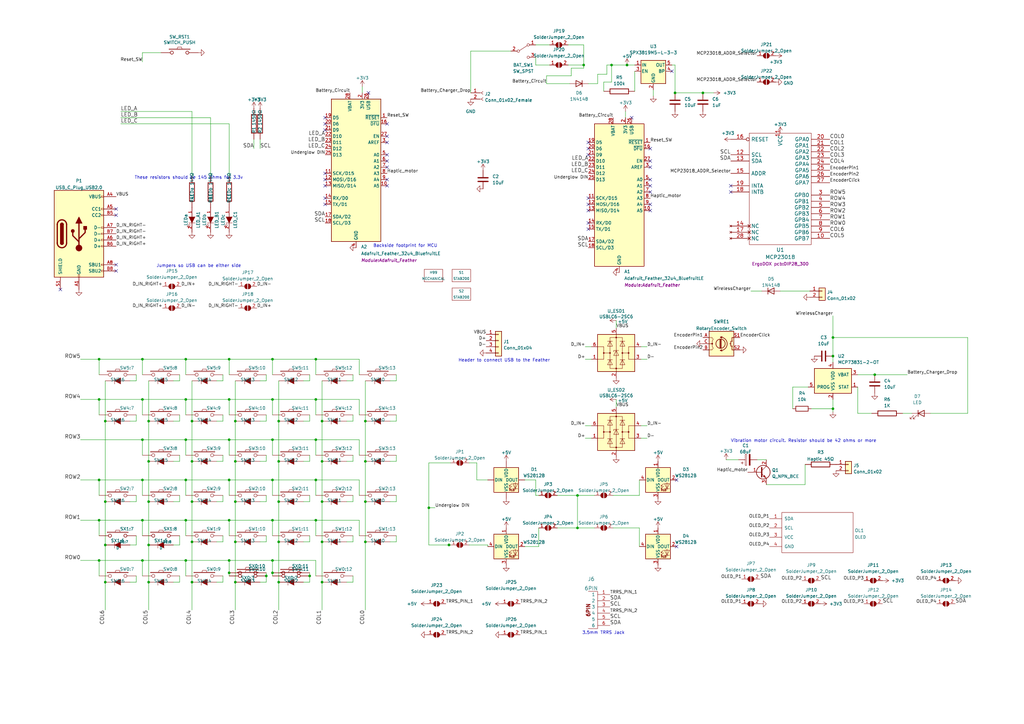
<source format=kicad_sch>
(kicad_sch (version 20211123) (generator eeschema)
  (paper "A3")
  (title_block (date "2022-02-07"))
  (junction (at 132.08 222.25))
  (junction (at 341.63 167.64))
  (junction (at 43.18 223.52))
  (junction (at 58.42 229.87))
  (junction (at 132.08 238.76))
  (junction (at 60.96 223.52))
  (junction (at 129.54 180.34))
  (junction (at 60.96 189.23))
  (junction (at 78.74 205.74))
  (junction (at 239.395 26.67))
  (junction (at 114.3 189.23))
  (junction (at 96.52 189.23))
  (junction (at 43.18 205.74))
  (junction (at 114.3 238.76))
  (junction (at 132.08 205.74))
  (junction (at 257.175 26.67))
  (junction (at 40.64 196.85))
  (junction (at 58.42 147.32))
  (junction (at 111.76 234.95))
  (junction (at 288.29 38.1))
  (junction (at 58.42 213.36))
  (junction (at 76.2 196.85))
  (junction (at 132.08 189.23))
  (junction (at 149.86 189.23))
  (junction (at 114.3 205.74))
  (junction (at 132.08 172.72))
  (junction (at 129.54 163.83))
  (junction (at 60.96 205.74))
  (junction (at 96.52 238.76))
  (junction (at 236.855 216.535))
  (junction (at 76.2 213.36))
  (junction (at 76.2 180.34))
  (junction (at 93.98 180.34))
  (junction (at 58.42 163.83))
  (junction (at 236.855 203.2))
  (junction (at 111.76 180.34))
  (junction (at 111.76 196.85))
  (junction (at 184.15 223.52))
  (junction (at 358.775 153.67))
  (junction (at 78.74 172.72))
  (junction (at 93.98 229.87))
  (junction (at 114.3 222.25))
  (junction (at 149.86 172.72))
  (junction (at 78.74 238.76))
  (junction (at 78.74 222.25))
  (junction (at 60.96 172.72))
  (junction (at 76.2 163.83))
  (junction (at 60.96 238.76))
  (junction (at 43.18 172.72))
  (junction (at 109.22 236.22))
  (junction (at 58.42 196.85))
  (junction (at 93.98 163.83))
  (junction (at 129.54 196.85))
  (junction (at 96.52 205.74))
  (junction (at 40.64 229.87))
  (junction (at 341.63 138.43))
  (junction (at 175.895 208.28))
  (junction (at 127 236.22))
  (junction (at 40.64 163.83))
  (junction (at 129.54 147.32))
  (junction (at 111.76 147.32))
  (junction (at 276.86 38.1))
  (junction (at 114.3 172.72))
  (junction (at 76.2 147.32))
  (junction (at 149.86 205.74))
  (junction (at 93.98 147.32))
  (junction (at 78.74 189.23))
  (junction (at 76.2 229.87))
  (junction (at 96.52 172.72))
  (junction (at 43.18 238.76))
  (junction (at 129.54 213.36))
  (junction (at 96.52 222.25))
  (junction (at 111.76 213.36))
  (junction (at 111.76 229.87))
  (junction (at 93.98 213.36))
  (junction (at 341.63 146.05))
  (junction (at 149.86 222.25))
  (junction (at 40.64 147.32))
  (junction (at 250.825 26.67))
  (junction (at 40.64 213.36))
  (junction (at 111.76 163.83))
  (junction (at 93.98 196.85))
  (junction (at 58.42 180.34))
  (junction (at 93.98 234.95))
  (no_connect (at 133.35 50.8))
  (no_connect (at 241.3 63.5))
  (no_connect (at 241.3 60.96))
  (no_connect (at 241.3 58.42))
  (no_connect (at 266.7 86.36))
  (no_connect (at 266.7 83.82))
  (no_connect (at 158.75 63.5))
  (no_connect (at 158.75 68.58))
  (no_connect (at 133.35 76.2))
  (no_connect (at 158.75 58.42))
  (no_connect (at 133.35 73.66))
  (no_connect (at 133.35 48.26))
  (no_connect (at 266.7 76.2))
  (no_connect (at 133.35 71.12))
  (no_connect (at 299.72 78.74))
  (no_connect (at 299.72 76.2))
  (no_connect (at 241.3 91.44))
  (no_connect (at 241.3 93.98))
  (no_connect (at 24.765 118.745))
  (no_connect (at 47.625 111.125))
  (no_connect (at 47.625 85.725))
  (no_connect (at 47.625 88.265))
  (no_connect (at 47.625 108.585))
  (no_connect (at 151.13 38.1))
  (no_connect (at 133.35 81.28))
  (no_connect (at 133.35 83.82))
  (no_connect (at 158.75 55.88))
  (no_connect (at 266.7 60.96))
  (no_connect (at 266.7 66.04))
  (no_connect (at 266.7 68.58))
  (no_connect (at 241.3 81.28))
  (no_connect (at 241.3 83.82))
  (no_connect (at 241.3 86.36))
  (no_connect (at 158.75 76.2))
  (no_connect (at 266.7 78.74))
  (no_connect (at 158.75 50.8))
  (no_connect (at 259.08 48.26))
  (no_connect (at 133.35 53.34))
  (no_connect (at 158.75 73.66))
  (no_connect (at 266.7 73.66))
  (no_connect (at 275.59 29.21))
  (no_connect (at 277.495 224.155))
  (no_connect (at 277.495 196.85))
  (no_connect (at 158.75 66.04))
  (wire (pts (xy 160.02 156.21) (xy 162.56 156.21)))
  (wire (pts (xy 142.24 156.21) (xy 144.78 156.21)))
  (wire (pts (xy 76.2 229.87) (xy 76.2 236.22)))
  (wire (pts (xy 76.2 163.83) (xy 76.2 170.18)))
  (wire (pts (xy 160.02 172.72) (xy 162.56 172.72)))
  (wire (pts (xy 144.78 172.72) (xy 144.78 170.18)))
  (wire (pts (xy 111.76 229.87) (xy 129.54 229.87)))
  (wire (pts (xy 58.42 196.85) (xy 58.42 203.2)))
  (wire (pts (xy 96.52 172.72) (xy 96.52 189.23)))
  (wire (pts (xy 78.74 238.76) (xy 78.74 250.19)))
  (wire (pts (xy 129.54 213.36) (xy 147.32 213.36)))
  (wire (pts (xy 234.315 27.94) (xy 234.315 31.115)))
  (wire (pts (xy 111.76 180.34) (xy 111.76 186.69)))
  (wire (pts (xy 73.66 223.52) (xy 71.12 223.52)))
  (wire (pts (xy 228.6 203.2) (xy 236.855 203.2)))
  (wire (pts (xy 109.22 205.74) (xy 109.22 203.2)))
  (wire (pts (xy 288.29 38.1) (xy 292.735 38.1)))
  (wire (pts (xy 60.96 205.74) (xy 60.96 223.52)))
  (wire (pts (xy 396.875 169.545) (xy 381.635 169.545)))
  (wire (pts (xy 127 234.95) (xy 127 236.22)))
  (wire (pts (xy 149.86 172.72) (xy 149.86 189.23)))
  (wire (pts (xy 53.34 238.76) (xy 55.88 238.76)))
  (wire (pts (xy 43.18 238.76) (xy 43.18 250.19)))
  (wire (pts (xy 341.63 129.54) (xy 341.63 138.43)))
  (wire (pts (xy 215.265 224.155) (xy 220.98 224.155)))
  (wire (pts (xy 239.395 26.67) (xy 239.395 27.94)))
  (wire (pts (xy 88.9 172.72) (xy 91.44 172.72)))
  (wire (pts (xy 58.42 196.85) (xy 76.2 196.85)))
  (wire (pts (xy 40.64 203.2) (xy 40.64 196.85)))
  (wire (pts (xy 129.54 196.85) (xy 129.54 203.2)))
  (wire (pts (xy 33.02 213.36) (xy 40.64 213.36)))
  (wire (pts (xy 132.08 238.76) (xy 132.08 250.19)))
  (wire (pts (xy 147.32 180.34) (xy 147.32 186.69)))
  (wire (pts (xy 233.045 26.67) (xy 239.395 26.67)))
  (wire (pts (xy 93.98 180.34) (xy 93.98 186.69)))
  (wire (pts (xy 351.79 169.545) (xy 351.79 158.75)))
  (wire (pts (xy 314.325 198.755) (xy 330.2 198.755)))
  (wire (pts (xy 142.24 222.25) (xy 144.78 222.25)))
  (wire (pts (xy 114.3 238.76) (xy 114.3 250.19)))
  (wire (pts (xy 93.98 229.87) (xy 111.76 229.87)))
  (wire (pts (xy 248.92 26.67) (xy 248.92 30.48)))
  (wire (pts (xy 43.18 156.21) (xy 43.18 172.72)))
  (wire (pts (xy 93.98 213.36) (xy 93.98 219.71)))
  (wire (pts (xy 132.08 189.23) (xy 132.08 205.74)))
  (wire (pts (xy 40.64 219.71) (xy 40.64 213.36)))
  (wire (pts (xy 330.2 198.755) (xy 330.2 190.5)))
  (wire (pts (xy 224.155 34.29) (xy 233.68 34.29)))
  (wire (pts (xy 396.875 138.43) (xy 396.875 169.545)))
  (wire (pts (xy 93.98 147.32) (xy 111.76 147.32)))
  (wire (pts (xy 76.2 229.87) (xy 93.98 229.87)))
  (wire (pts (xy 111.76 163.83) (xy 129.54 163.83)))
  (wire (pts (xy 127 238.76) (xy 124.46 238.76)))
  (wire (pts (xy 73.66 205.74) (xy 73.66 203.2)))
  (wire (pts (xy 78.74 45.72) (xy 78.74 72.39)))
  (wire (pts (xy 219.71 26.67) (xy 219.71 23.495)))
  (wire (pts (xy 76.2 180.34) (xy 76.2 186.69)))
  (wire (pts (xy 106.68 222.25) (xy 109.22 222.25)))
  (wire (pts (xy 220.98 216.535) (xy 220.98 224.155)))
  (wire (pts (xy 307.975 119.38) (xy 312.42 119.38)))
  (wire (pts (xy 58.42 147.32) (xy 58.42 153.67)))
  (wire (pts (xy 193.04 20.955) (xy 193.04 38.1)))
  (wire (pts (xy 111.76 229.87) (xy 111.76 234.95)))
  (wire (pts (xy 262.255 216.535) (xy 262.255 224.155)))
  (wire (pts (xy 76.2 163.83) (xy 93.98 163.83)))
  (wire (pts (xy 88.9 238.76) (xy 91.44 238.76)))
  (wire (pts (xy 358.775 153.67) (xy 372.11 153.67)))
  (wire (pts (xy 40.64 147.32) (xy 58.42 147.32)))
  (wire (pts (xy 219.71 18.415) (xy 225.425 18.415)))
  (wire (pts (xy 53.34 172.72) (xy 55.88 172.72)))
  (wire (pts (xy 129.54 180.34) (xy 129.54 186.69)))
  (wire (pts (xy 147.32 196.85) (xy 147.32 203.2)))
  (wire (pts (xy 104.14 57.15) (xy 104.14 60.96)))
  (wire (pts (xy 55.88 238.76) (xy 55.88 236.22)))
  (wire (pts (xy 93.98 180.34) (xy 111.76 180.34)))
  (wire (pts (xy 184.15 222.885) (xy 184.15 223.52)))
  (wire (pts (xy 219.71 196.85) (xy 219.71 203.2)))
  (wire (pts (xy 40.64 153.67) (xy 40.64 147.32)))
  (wire (pts (xy 58.42 229.87) (xy 76.2 229.87)))
  (wire (pts (xy 78.74 222.25) (xy 78.74 238.76)))
  (wire (pts (xy 111.76 196.85) (xy 129.54 196.85)))
  (wire (pts (xy 114.3 189.23) (xy 114.3 205.74)))
  (wire (pts (xy 106.68 172.72) (xy 109.22 172.72)))
  (wire (pts (xy 93.98 229.87) (xy 93.98 234.95)))
  (wire (pts (xy 109.22 236.22) (xy 109.22 238.76)))
  (wire (pts (xy 256.54 45.72) (xy 256.54 48.26)))
  (wire (pts (xy 33.02 180.34) (xy 58.42 180.34)))
  (wire (pts (xy 184.785 223.52) (xy 184.15 223.52)))
  (wire (pts (xy 132.08 172.72) (xy 132.08 189.23)))
  (wire (pts (xy 124.46 156.21) (xy 127 156.21)))
  (wire (pts (xy 93.98 213.36) (xy 111.76 213.36)))
  (wire (pts (xy 96.52 156.21) (xy 96.52 172.72)))
  (wire (pts (xy 228.6 216.535) (xy 236.855 216.535)))
  (wire (pts (xy 76.2 180.34) (xy 93.98 180.34)))
  (wire (pts (xy 91.44 189.23) (xy 88.9 189.23)))
  (wire (pts (xy 127 189.23) (xy 127 186.69)))
  (wire (pts (xy 351.79 153.67) (xy 358.775 153.67)))
  (wire (pts (xy 78.74 156.21) (xy 78.74 172.72)))
  (wire (pts (xy 73.66 238.76) (xy 73.66 236.22)))
  (wire (pts (xy 55.88 223.52) (xy 53.34 223.52)))
  (wire (pts (xy 71.12 189.23) (xy 73.66 189.23)))
  (wire (pts (xy 233.045 18.415) (xy 239.395 18.415)))
  (wire (pts (xy 297.815 188.595) (xy 302.895 188.595)))
  (wire (pts (xy 236.855 203.2) (xy 243.84 203.2)))
  (wire (pts (xy 40.64 163.83) (xy 58.42 163.83)))
  (wire (pts (xy 124.46 222.25) (xy 127 222.25)))
  (wire (pts (xy 250.825 26.67) (xy 250.825 33.655)))
  (wire (pts (xy 129.54 196.85) (xy 147.32 196.85)))
  (wire (pts (xy 43.18 223.52) (xy 43.18 238.76)))
  (wire (pts (xy 78.74 205.74) (xy 78.74 222.25)))
  (wire (pts (xy 251.46 216.535) (xy 262.255 216.535)))
  (wire (pts (xy 240.03 174.625) (xy 242.57 174.625)))
  (wire (pts (xy 43.18 205.74) (xy 43.18 223.52)))
  (wire (pts (xy 127 156.21) (xy 127 153.67)))
  (wire (pts (xy 73.66 172.72) (xy 73.66 170.18)))
  (wire (pts (xy 252.73 163.83) (xy 252.73 167.005)))
  (wire (pts (xy 193.04 20.955) (xy 209.55 20.955)))
  (wire (pts (xy 66.04 21.59) (xy 58.42 21.59)))
  (wire (pts (xy 71.12 238.76) (xy 73.66 238.76)))
  (wire (pts (xy 248.92 26.67) (xy 250.825 26.67)))
  (wire (pts (xy 96.52 205.74) (xy 96.52 222.25)))
  (wire (pts (xy 55.88 205.74) (xy 55.88 203.2)))
  (wire (pts (xy 275.59 26.67) (xy 276.86 26.67)))
  (wire (pts (xy 129.54 229.87) (xy 129.54 236.22)))
  (wire (pts (xy 320.04 119.38) (xy 332.105 119.38)))
  (wire (pts (xy 60.96 223.52) (xy 60.96 238.76)))
  (wire (pts (xy 341.63 167.64) (xy 341.63 168.91)))
  (wire (pts (xy 76.2 213.36) (xy 93.98 213.36)))
  (wire (pts (xy 111.76 147.32) (xy 111.76 153.67)))
  (wire (pts (xy 310.515 188.595) (xy 314.325 188.595)))
  (wire (pts (xy 111.76 163.83) (xy 111.76 170.18)))
  (wire (pts (xy 109.22 238.76) (xy 106.68 238.76)))
  (wire (pts (xy 357.505 169.545) (xy 351.79 169.545)))
  (wire (pts (xy 109.22 222.25) (xy 109.22 219.71)))
  (wire (pts (xy 341.63 163.83) (xy 341.63 167.64)))
  (wire (pts (xy 257.175 26.67) (xy 260.35 26.67)))
  (wire (pts (xy 149.86 205.74) (xy 149.86 222.25)))
  (wire (pts (xy 262.89 179.705) (xy 265.43 179.705)))
  (wire (pts (xy 93.98 234.95) (xy 93.98 236.22)))
  (wire (pts (xy 127 205.74) (xy 127 203.2)))
  (wire (pts (xy 78.74 172.72) (xy 78.74 189.23)))
  (wire (pts (xy 144.78 156.21) (xy 144.78 153.67)))
  (wire (pts (xy 76.2 147.32) (xy 93.98 147.32)))
  (wire (pts (xy 93.98 163.83) (xy 111.76 163.83)))
  (wire (pts (xy 93.98 163.83) (xy 93.98 170.18)))
  (wire (pts (xy 240.03 179.705) (xy 242.57 179.705)))
  (wire (pts (xy 162.56 189.23) (xy 162.56 186.69)))
  (wire (pts (xy 129.54 163.83) (xy 147.32 163.83)))
  (wire (pts (xy 276.86 26.67) (xy 276.86 38.1)))
  (wire (pts (xy 58.42 180.34) (xy 58.42 186.69)))
  (wire (pts (xy 192.405 189.865) (xy 195.58 189.865)))
  (wire (pts (xy 91.44 205.74) (xy 91.44 203.2)))
  (wire (pts (xy 71.12 156.21) (xy 73.66 156.21)))
  (wire (pts (xy 111.76 147.32) (xy 129.54 147.32)))
  (wire (pts (xy 142.24 189.23) (xy 144.78 189.23)))
  (wire (pts (xy 236.855 203.2) (xy 236.855 216.535)))
  (wire (pts (xy 33.02 163.83) (xy 40.64 163.83)))
  (wire (pts (xy 175.895 208.28) (xy 175.895 223.52)))
  (wire (pts (xy 76.2 196.85) (xy 76.2 203.2)))
  (wire (pts (xy 178.435 208.28) (xy 175.895 208.28)))
  (wire (pts (xy 262.89 174.625) (xy 265.43 174.625)))
  (wire (pts (xy 114.3 172.72) (xy 114.3 189.23)))
  (wire (pts (xy 91.44 186.69) (xy 91.44 189.23)))
  (wire (pts (xy 162.56 222.25) (xy 162.56 219.71)))
  (wire (pts (xy 43.18 172.72) (xy 43.18 205.74)))
  (wire (pts (xy 129.54 163.83) (xy 129.54 170.18)))
  (wire (pts (xy 239.395 27.94) (xy 234.315 27.94)))
  (wire (pts (xy 148.59 35.56) (xy 148.59 38.1)))
  (wire (pts (xy 58.42 25.4) (xy 58.42 21.59)))
  (wire (pts (xy 60.96 156.21) (xy 60.96 172.72)))
  (wire (pts (xy 219.71 26.67) (xy 225.425 26.67)))
  (wire (pts (xy 73.66 189.23) (xy 73.66 186.69)))
  (wire (pts (xy 325.12 158.75) (xy 325.12 167.64)))
  (wire (pts (xy 247.65 33.655) (xy 247.65 37.465)))
  (wire (pts (xy 247.65 33.655) (xy 250.825 33.655)))
  (wire (pts (xy 160.02 222.25) (xy 162.56 222.25)))
  (wire (pts (xy 93.98 196.85) (xy 111.76 196.85)))
  (wire (pts (xy 262.255 203.2) (xy 262.255 196.85)))
  (wire (pts (xy 144.78 222.25) (xy 144.78 219.71)))
  (wire (pts (xy 175.895 189.865) (xy 175.895 208.28)))
  (wire (pts (xy 160.02 189.23) (xy 162.56 189.23)))
  (wire (pts (xy 132.08 156.21) (xy 132.08 172.72)))
  (wire (pts (xy 129.54 180.34) (xy 147.32 180.34)))
  (wire (pts (xy 106.68 189.23) (xy 109.22 189.23)))
  (wire (pts (xy 127 222.25) (xy 127 219.71)))
  (wire (pts (xy 341.63 138.43) (xy 341.63 146.05)))
  (wire (pts (xy 241.3 34.29) (xy 245.11 34.29)))
  (wire (pts (xy 55.88 219.71) (xy 55.88 223.52)))
  (wire (pts (xy 149.86 189.23) (xy 149.86 205.74)))
  (wire (pts (xy 73.66 156.21) (xy 73.66 153.67)))
  (wire (pts (xy 262.89 147.32) (xy 265.43 147.32)))
  (wire (pts (xy 58.42 213.36) (xy 76.2 213.36)))
  (wire (pts (xy 370.205 169.545) (xy 374.015 169.545)))
  (wire (pts (xy 91.44 238.76) (xy 91.44 236.22)))
  (wire (pts (xy 109.22 156.21) (xy 109.22 153.67)))
  (wire (pts (xy 149.86 222.25) (xy 149.86 250.19)))
  (wire (pts (xy 76.2 213.36) (xy 76.2 219.71)))
  (wire (pts (xy 49.53 50.8) (xy 93.98 50.8)))
  (wire (pts (xy 58.42 229.87) (xy 58.42 236.22)))
  (wire (pts (xy 91.44 156.21) (xy 91.44 153.67)))
  (wire (pts (xy 93.98 147.32) (xy 93.98 153.67)))
  (wire (pts (xy 260.35 29.21) (xy 260.35 37.465)))
  (wire (pts (xy 58.42 219.71) (xy 58.42 213.36)))
  (wire (pts (xy 58.42 180.34) (xy 76.2 180.34)))
  (wire (pts (xy 111.76 196.85) (xy 111.76 203.2)))
  (wire (pts (xy 109.22 189.23) (xy 109.22 186.69)))
  (wire (pts (xy 96.52 189.23) (xy 96.52 205.74)))
  (wire (pts (xy 127 236.22) (xy 127 238.76)))
  (wire (pts (xy 106.68 156.21) (xy 109.22 156.21)))
  (wire (pts (xy 93.98 50.8) (xy 93.98 72.39)))
  (wire (pts (xy 245.11 30.48) (xy 245.11 34.29)))
  (wire (pts (xy 53.34 156.21) (xy 55.88 156.21)))
  (wire (pts (xy 91.44 172.72) (xy 91.44 170.18)))
  (wire (pts (xy 88.9 156.21) (xy 91.44 156.21)))
  (wire (pts (xy 78.74 189.23) (xy 78.74 205.74)))
  (wire (pts (xy 58.42 163.83) (xy 76.2 163.83)))
  (wire (pts (xy 33.02 229.87) (xy 40.64 229.87)))
  (wire (pts (xy 109.22 234.95) (xy 109.22 236.22)))
  (wire (pts (xy 132.08 222.25) (xy 132.08 238.76)))
  (wire (pts (xy 149.86 156.21) (xy 149.86 172.72)))
  (wire (pts (xy 96.52 222.25) (xy 96.52 238.76)))
  (wire (pts (xy 147.32 147.32) (xy 147.32 153.67)))
  (wire (pts (xy 147.32 213.36) (xy 147.32 219.71)))
  (wire (pts (xy 142.24 172.72) (xy 144.78 172.72)))
  (wire (pts (xy 55.88 156.21) (xy 55.88 153.67)))
  (wire (pts (xy 86.36 48.26) (xy 86.36 72.39)))
  (wire (pts (xy 53.34 205.74) (xy 55.88 205.74)))
  (wire (pts (xy 111.76 234.95) (xy 111.76 236.22)))
  (wire (pts (xy 144.78 238.76) (xy 144.78 236.22)))
  (wire (pts (xy 40.64 213.36) (xy 58.42 213.36)))
  (wire (pts (xy 40.64 196.85) (xy 58.42 196.85)))
  (wire (pts (xy 124.46 205.74) (xy 127 205.74)))
  (wire (pts (xy 252.73 131.445) (xy 252.73 134.62)))
  (wire (pts (xy 49.53 48.26) (xy 86.36 48.26)))
  (wire (pts (xy 144.78 189.23) (xy 144.78 186.69)))
  (wire (pts (xy 73.66 219.71) (xy 73.66 223.52)))
  (wire (pts (xy 58.42 147.32) (xy 76.2 147.32)))
  (wire (pts (xy 147.32 163.83) (xy 147.32 170.18)))
  (wire (pts (xy 58.42 163.83) (xy 58.42 170.18)))
  (wire (pts (xy 195.58 189.865) (xy 195.58 196.85)))
  (wire (pts (xy 40.64 170.18) (xy 40.64 163.83)))
  (wire (pts (xy 33.02 147.32) (xy 40.64 147.32)))
  (wire (pts (xy 175.895 189.865) (xy 184.785 189.865)))
  (wire (pts (xy 76.2 196.85) (xy 93.98 196.85)))
  (wire (pts (xy 219.71 203.2) (xy 220.98 203.2)))
  (wire (pts (xy 144.78 205.74) (xy 144.78 203.2)))
  (wire (pts (xy 251.46 203.2) (xy 262.255 203.2)))
  (wire (pts (xy 332.74 167.64) (xy 341.63 167.64)))
  (wire (pts (xy 106.68 205.74) (xy 109.22 205.74)))
  (wire (pts (xy 60.96 189.23) (xy 60.96 205.74)))
  (wire (pts (xy 71.12 205.74) (xy 73.66 205.74)))
  (wire (pts (xy 129.54 147.32) (xy 147.32 147.32)))
  (wire (pts (xy 142.24 238.76) (xy 144.78 238.76)))
  (wire (pts (xy 162.56 172.72) (xy 162.56 170.18)))
  (wire (pts (xy 124.46 172.72) (xy 127 172.72)))
  (wire (pts (xy 49.53 45.72) (xy 78.74 45.72)))
  (wire (pts (xy 129.54 147.32) (xy 129.54 153.67)))
  (wire (pts (xy 111.76 213.36) (xy 111.76 219.71)))
  (wire (pts (xy 93.98 196.85) (xy 93.98 203.2)))
  (wire (pts (xy 224.155 31.115) (xy 224.155 34.29)))
  (wire (pts (xy 111.76 213.36) (xy 129.54 213.36)))
  (wire (pts (xy 331.47 158.75) (xy 325.12 158.75)))
  (wire (pts (xy 162.56 205.74) (xy 162.56 203.2)))
  (wire (pts (xy 160.02 205.74) (xy 162.56 205.74)))
  (wire (pts (xy 71.12 172.72) (xy 73.66 172.72)))
  (wire (pts (xy 40.64 236.22) (xy 40.64 229.87)))
  (wire (pts (xy 200.025 223.52) (xy 200.025 224.155)))
  (wire (pts (xy 88.9 205.74) (xy 91.44 205.74)))
  (wire (pts (xy 276.86 38.1) (xy 288.29 38.1)))
  (wire (pts (xy 162.56 156.21) (xy 162.56 153.67)))
  (wire (pts (xy 215.265 196.85) (xy 219.71 196.85)))
  (wire (pts (xy 240.03 142.24) (xy 242.57 142.24)))
  (wire (pts (xy 341.63 146.05) (xy 341.63 148.59)))
  (wire (pts (xy 129.54 213.36) (xy 129.54 219.71)))
  (wire (pts (xy 88.9 222.25) (xy 91.44 222.25)))
  (wire (pts (xy 239.395 18.415) (xy 239.395 26.67)))
  (wire (pts (xy 114.3 205.74) (xy 114.3 222.25)))
  (wire (pts (xy 267.97 36.83) (xy 267.97 39.37)))
  (wire (pts (xy 109.22 172.72) (xy 109.22 170.18)))
  (wire (pts (xy 60.96 172.72) (xy 60.96 189.23)))
  (wire (pts (xy 192.405 223.52) (xy 200.025 223.52)))
  (wire (pts (xy 124.46 189.23) (xy 127 189.23)))
  (wire (pts (xy 142.24 205.74) (xy 144.78 205.74)))
  (wire (pts (xy 341.63 138.43) (xy 396.875 138.43)))
  (wire (pts (xy 132.08 205.74) (xy 132.08 222.25)))
  (wire (pts (xy 240.03 147.32) (xy 242.57 147.32)))
  (wire (pts (xy 262.89 142.24) (xy 265.43 142.24)))
  (wire (pts (xy 91.44 222.25) (xy 91.44 219.71)))
  (wire (pts (xy 111.76 180.34) (xy 129.54 180.34)))
  (wire (pts (xy 236.855 216.535) (xy 243.84 216.535)))
  (wire (pts (xy 76.2 147.32) (xy 76.2 153.67)))
  (wire (pts (xy 114.3 156.21) (xy 114.3 172.72)))
  (wire (pts (xy 106.68 57.15) (xy 106.68 60.96)))
  (wire (pts (xy 40.64 229.87) (xy 58.42 229.87)))
  (wire (pts (xy 245.11 30.48) (xy 248.92 30.48)))
  (wire (pts (xy 96.52 238.76) (xy 96.52 250.19)))
  (wire (pts (xy 175.895 223.52) (xy 184.15 223.52)))
  (wire (pts (xy 33.02 196.85) (xy 40.64 196.85)))
  (wire (pts (xy 60.96 238.76) (xy 60.96 250.19)))
  (wire (pts (xy 55.88 172.72) (xy 55.88 170.18)))
  (wire (pts (xy 195.58 196.85) (xy 200.025 196.85)))
  (wire (pts (xy 114.3 222.25) (xy 114.3 238.76)))
  (wire (pts (xy 250.825 26.67) (xy 257.175 26.67)))
  (wire (pts (xy 234.315 31.115) (xy 224.155 31.115)))
  (wire (pts (xy 127 172.72) (xy 127 170.18)))
  (text "These resistors should be 145 Ohms for 3.3v" (at 99.695 73.66 180) (effects (font (size 1.27 1.27)) (justify right bottom)))
  (text "Header to connect USB to the Feather" (at 187.96 148.59 0) (effects (font (size 1.27 1.27)) (justify left bottom)))
  (text "3.5mm TRRS Jack" (at 238.76 260.35 0) (effects (font (size 1.27 1.27)) (justify left bottom)))
  (text "Vibration motor circuit. Resistor should be 42 ohms or more" (at 299.72 181.61 0) (effects (font (size 1.27 1.27)) (justify left bottom)))
  (text "Jumpers so USB can be either side" (at 64.135 109.855 0) (effects (font (size 1.27 1.27)) (justify left bottom)))
  (text "Backside footprint for MCU" (at 153.035 101.6 0) (effects (font (size 1.27 1.27)) (justify left bottom)))
  (label "ROW2" (at 340.36 87.63 0) (effects (font (size 1.524 1.524))))
  (label "D+" (at 199.39 139.7 180))
  (label "ROW5" (at 340.36 80.01 0) (effects (font (size 1.524 1.524))))
  (label "COL4" (at 340.36 67.31 0) (effects (font (size 1.524 1.524))))
  (label "COL6" (at 340.36 95.25 0) (effects (font (size 1.524 1.524))))
  (label "OLED_P4" (at 384.175 238.125 180))
  (label "OLED_P3" (at 354.33 238.125 180))
  (label "SDA" (at 133.35 88.9 180) (effects (font (size 1.524 1.524))))
  (label "OLED_P3" (at 354.33 247.65 180))
  (label "Underglow DIN" (at 133.35 63.5 180))
  (label "D_IN_RIGHT-" (at 97.79 126.365 180))
  (label "COL2" (at 340.36 62.23 0) (effects (font (size 1.524 1.524))))
  (label "EncoderClick" (at 340.36 74.93 0))
  (label "COL0" (at 340.36 57.15 0) (effects (font (size 1.524 1.524))))
  (label "D_IN_RIGHT-" (at 47.625 93.345 0))
  (label "TRRS_PIN_1" (at 250.19 243.84 0))
  (label "Battery_Circuit" (at 143.51 38.1 180))
  (label "D-" (at 265.43 179.705 0))
  (label "D+" (at 240.03 147.32 180))
  (label "VBUS" (at 252.73 134.62 0))
  (label "ROW0" (at 340.36 92.71 0) (effects (font (size 1.524 1.524))))
  (label "LED_A" (at 49.53 45.72 0) (effects (font (size 1.524 1.524))))
  (label "Battery_Charger_Drop" (at 193.04 38.1 180))
  (label "SCL" (at 241.3 101.6 180) (effects (font (size 1.524 1.524))))
  (label "COL1" (at 132.08 250.19 270) (effects (font (size 1.524 1.524))))
  (label "SDA" (at 250.19 246.38 0) (effects (font (size 1.524 1.524))))
  (label "ROW1" (at 340.36 90.17 0) (effects (font (size 1.524 1.524))))
  (label "TRRS_PIN_2" (at 213.36 247.65 0))
  (label "COL3" (at 96.52 250.19 270) (effects (font (size 1.524 1.524))))
  (label "LED_C" (at 241.3 71.12 180) (effects (font (size 1.524 1.524))))
  (label "VBUS" (at 199.39 137.16 180))
  (label "SDA" (at 391.795 247.65 0) (effects (font (size 1.524 1.524))))
  (label "LED_B" (at 133.35 58.42 180) (effects (font (size 1.524 1.524))))
  (label "Reset_SW" (at 158.75 48.26 0))
  (label "SCL" (at 299.72 63.5 180) (effects (font (size 1.524 1.524))))
  (label "D_IN+" (at 105.41 126.365 0))
  (label "D_IN+" (at 74.295 117.475 0))
  (label "COL5" (at 340.36 97.79 0) (effects (font (size 1.524 1.524))))
  (label "SDA" (at 250.19 256.54 0) (effects (font (size 1.524 1.524))))
  (label "D+" (at 240.03 179.705 180))
  (label "MCP23018_ADDR_Selector" (at 310.515 33.655 180))
  (label "D_IN-" (at 265.43 174.625 0))
  (label "TRRS_PIN_1" (at 182.88 247.65 0))
  (label "D_IN_RIGHT+" (at 47.625 98.425 0))
  (label "D_IN_RIGHT+" (at 66.675 117.475 180))
  (label "Reset_SW" (at 266.7 58.42 0))
  (label "ROW3" (at 33.02 180.34 180) (effects (font (size 1.524 1.524))))
  (label "OLED_P1" (at 304.165 247.65 180))
  (label "D_IN_RIGHT+" (at 66.675 126.365 180))
  (label "TRRS_PIN_2" (at 182.88 260.35 0))
  (label "MCP23018_ADDR_Selector" (at 299.72 71.12 180))
  (label "EncoderPin1" (at 340.36 69.85 0))
  (label "ROW3" (at 340.36 85.09 0) (effects (font (size 1.524 1.524))))
  (label "COL6" (at 43.18 250.19 270) (effects (font (size 1.524 1.524))))
  (label "ROW1" (at 33.02 213.36 180) (effects (font (size 1.524 1.524))))
  (label "WirelessCharger" (at 307.975 119.38 180))
  (label "COL1" (at 340.36 59.69 0) (effects (font (size 1.524 1.524))))
  (label "OLED_P2" (at 328.93 238.125 180))
  (label "Underglow DIN" (at 178.435 208.28 0))
  (label "SDA" (at 104.14 60.96 180) (effects (font (size 1.524 1.524))))
  (label "OLED_P1" (at 304.165 237.49 180))
  (label "ROW0" (at 33.02 229.87 180) (effects (font (size 1.524 1.524))))
  (label "D_IN_RIGHT-" (at 47.625 95.885 0))
  (label "LED_C" (at 133.35 60.96 180) (effects (font (size 1.524 1.524))))
  (label "TRRS_PIN_2" (at 250.19 251.46 0))
  (label "WirelessCharger" (at 341.63 129.54 180))
  (label "COL5" (at 60.96 250.19 270) (effects (font (size 1.524 1.524))))
  (label "ROW5" (at 33.02 147.32 180) (effects (font (size 1.524 1.524))))
  (label "SCL" (at 250.19 254 0) (effects (font (size 1.524 1.524))))
  (label "Battery_Circuit" (at 251.46 48.26 180))
  (label "SCL" (at 336.55 238.125 0) (effects (font (size 1.524 1.524))))
  (label "OLED_P2" (at 315.595 216.535 180))
  (label "SCL" (at 250.19 248.92 0) (effects (font (size 1.524 1.524))))
  (label "ROW4" (at 33.02 163.83 180) (effects (font (size 1.524 1.524))))
  (label "COL4" (at 78.74 250.19 270) (effects (font (size 1.524 1.524))))
  (label "Haptic_motor" (at 266.7 81.28 0))
  (label "SCL" (at 106.68 60.96 0) (effects (font (size 1.524 1.524))))
  (label "D_IN-" (at 265.43 142.24 0))
  (label "Haptic_motor" (at 306.705 193.675 180))
  (label "Battery_Circuit" (at 224.155 34.29 180))
  (label "TRRS_PIN_1" (at 213.36 260.35 0))
  (label "OLED_P4" (at 384.175 247.65 180))
  (label "OLED_P3" (at 315.595 220.345 180))
  (label "Underglow DIN" (at 241.3 73.66 180))
  (label "VBUS" (at 252.73 167.005 0))
  (label "LED_C" (at 49.53 50.8 0) (effects (font (size 1.524 1.524))))
  (label "SCL" (at 361.95 247.65 0) (effects (font (size 1.524 1.524))))
  (label "EncoderPin2" (at 288.29 143.51 180))
  (label "SDA" (at 299.72 66.04 180) (effects (font (size 1.524 1.524))))
  (label "MCP23018_ADDR_Selector" (at 310.515 22.86 180))
  (label "SDA" (at 311.785 237.49 0) (effects (font (size 1.524 1.524))))
  (label "LED_B" (at 49.53 48.26 0) (effects (font (size 1.524 1.524))))
  (label "LED_B" (at 241.3 68.58 180) (effects (font (size 1.524 1.524))))
  (label "VBUS" (at 47.625 80.645 0))
  (label "Battery_Charger_Drop" (at 372.11 153.67 0))
  (label "D-" (at 199.39 142.24 180))
  (label "OLED_P2" (at 328.93 247.65 180))
  (label "D_IN_RIGHT+" (at 47.625 100.965 0))
  (label "OLED_P4" (at 315.595 224.155 180))
  (label "D_IN+" (at 240.03 142.24 180))
  (label "EncoderClick" (at 303.53 138.43 0))
  (label "COL0" (at 149.86 250.19 270) (effects (font (size 1.524 1.524))))
  (label "D-" (at 265.43 147.32 0))
  (label "ROW2" (at 33.02 196.85 180) (effects (font (size 1.524 1.524))))
  (label "D_IN-" (at 74.295 126.365 0))
  (label "OLED_P1" (at 315.595 212.725 180))
  (label "SCL" (at 133.35 91.44 180) (effects (font (size 1.524 1.524))))
  (label "Reset_SW" (at 58.42 25.4 180))
  (label "ROW4" (at 340.36 82.55 0) (effects (font (size 1.524 1.524))))
  (label "COL3" (at 340.36 64.77 0) (effects (font (size 1.524 1.524))))
  (label "EncoderPin2" (at 340.36 72.39 0))
  (label "LED_A" (at 241.3 66.04 180) (effects (font (size 1.524 1.524))))
  (label "D_IN_RIGHT-" (at 97.79 117.475 180))
  (label "COL2" (at 114.3 250.19 270) (effects (font (size 1.524 1.524))))
  (label "EncoderPin1" (at 288.29 138.43 180))
  (label "SDA" (at 241.3 99.06 180) (effects (font (size 1.524 1.524))))
  (label "Haptic_motor" (at 158.75 71.12 0))
  (label "D_IN+" (at 240.03 174.625 180))
  (label "LED_A" (at 133.35 55.88 180) (effects (font (size 1.524 1.524))))
  (label "D_IN-" (at 105.41 117.475 0))
  (symbol (lib_id "component:SWITCH_DIODE") (at 101.6 236.22 0) (unit 1)
    (property "Reference" "SW0:10" (at 105.41 233.426 0))
    (property "Value" "SW0:3" (at 101.6 238.252 0))
    (property "Footprint" "ErgoDOX pcb:MX_FLIP_DIODE_HOTSWAP" (effects hide))
  )
  (symbol (lib_id "component:SWITCH_DIODE") (at 48.26 170.18 0) (unit 1)
    (property "Reference" "SW4:7" (at 52.07 167.386 0))
    (property "Value" "SW4:6" (at 48.26 172.212 0))
    (property "Footprint" "ErgoDOX pcb:MX_FLIP_DIODE_HOTSWAP" (effects hide))
  )
  (symbol (lib_id "component:SWITCH_DIODE") (at 66.04 170.18 0) (unit 1)
    (property "Reference" "SW4:8" (at 69.85 167.386 0))
    (property "Value" "SW4:5" (at 66.04 172.212 0))
    (property "Footprint" "ErgoDOX pcb:MX_FLIP_DIODE_HOTSWAP" (effects hide))
  )
  (symbol (lib_id "component:SWITCH_DIODE") (at 137.16 170.18 0) (unit 1)
    (property "Reference" "SW4:12" (at 140.97 167.386 0))
    (property "Value" "SW4:1" (at 137.16 172.212 0))
    (property "Footprint" "ErgoDOX pcb:MX_FLIP_DIODE_HOTSWAP" (effects hide))
  )
  (symbol (lib_id "component:SWITCH_DIODE") (at 119.38 170.18 0) (unit 1)
    (property "Reference" "SW4:11" (at 123.19 167.386 0))
    (property "Value" "SW4:2" (at 119.38 172.212 0))
    (property "Footprint" "ErgoDOX pcb:MX_FLIP_DIODE_HOTSWAP" (effects hide))
  )
  (symbol (lib_id "component:SWITCH_DIODE") (at 101.6 170.18 0) (unit 1)
    (property "Reference" "SW4:10" (at 105.41 167.386 0))
    (property "Value" "SW4:3" (at 101.6 172.212 0))
    (property "Footprint" "ErgoDOX pcb:MX_FLIP_DIODE_HOTSWAP" (effects hide))
  )
  (symbol (lib_id "component:SWITCH_DIODE") (at 83.82 170.18 0) (unit 1)
    (property "Reference" "SW4:9" (at 87.63 167.386 0))
    (property "Value" "SW4:4" (at 83.82 172.212 0))
    (property "Footprint" "ErgoDOX pcb:MX_FLIP_DIODE_HOTSWAP" (effects hide))
  )
  (symbol (lib_id "component:SWITCH_DIODE") (at 154.94 170.18 0) (unit 1)
    (property "Reference" "SW4:13" (at 158.75 167.386 0))
    (property "Value" "SW4:0" (at 154.94 172.212 0))
    (property "Footprint" "ErgoDOX pcb:MX_FLIP_DIODE_HOTSWAP" (effects hide))
  )
  (symbol (lib_id "component:SWITCH_DIODE") (at 137.16 186.69 0) (unit 1)
    (property "Reference" "SW3:12" (at 140.97 183.896 0))
    (property "Value" "SW3:1" (at 137.16 188.722 0))
    (property "Footprint" "ErgoDOX pcb:MX_FLIP_DIODE_HOTSWAP" (effects hide))
  )
  (symbol (lib_id "component:SWITCH_DIODE") (at 119.38 186.69 0) (unit 1)
    (property "Reference" "SW3:11" (at 123.19 183.896 0))
    (property "Value" "SW3:2" (at 119.38 188.722 0))
    (property "Footprint" "ErgoDOX pcb:MX_FLIP_DIODE_HOTSWAP" (effects hide))
  )
  (symbol (lib_id "component:SWITCH_DIODE") (at 101.6 186.69 0) (unit 1)
    (property "Reference" "SW3:10" (at 105.41 183.896 0))
    (property "Value" "SW3:3" (at 101.6 188.722 0))
    (property "Footprint" "ErgoDOX pcb:MX_FLIP_DIODE_HOTSWAP" (effects hide))
  )
  (symbol (lib_id "component:SWITCH_DIODE") (at 83.82 186.69 0) (unit 1)
    (property "Reference" "SW3:9" (at 87.63 183.896 0))
    (property "Value" "SW3:4" (at 83.82 188.722 0))
    (property "Footprint" "ErgoDOX pcb:MX_FLIP_DIODE_HOTSWAP" (effects hide))
  )
  (symbol (lib_id "component:SWITCH_DIODE") (at 66.04 186.69 0) (unit 1)
    (property "Reference" "SW3:8" (at 69.85 183.896 0))
    (property "Value" "SW3:5" (at 66.04 188.722 0))
    (property "Footprint" "ErgoDOX pcb:MX_FLIP_DIODE_HOTSWAP" (effects hide))
  )
  (symbol (lib_id "component:SWITCH_DIODE") (at 83.82 219.71 0) (unit 1)
    (property "Reference" "SW1:9" (at 87.63 216.916 0))
    (property "Value" "SW1:4" (at 83.82 221.742 0))
    (property "Footprint" "ErgoDOX pcb:MX_FLIP_DIODE_HOTSWAP" (effects hide))
  )
  (symbol (lib_id "component:SWITCH_DIODE") (at 101.6 219.71 0) (unit 1)
    (property "Reference" "SW1:10" (at 105.41 216.916 0))
    (property "Value" "SW1:3" (at 101.6 221.742 0))
    (property "Footprint" "ErgoDOX pcb:MX_FLIP_DIODE_HOTSWAP" (effects hide))
  )
  (symbol (lib_id "component:SWITCH_DIODE") (at 137.16 219.71 0) (unit 1)
    (property "Reference" "SW1:12" (at 140.97 216.916 0))
    (property "Value" "SW1:1" (at 137.16 221.742 0))
    (property "Footprint" "ErgoDOX pcb:MX_FLIP_DIODE_HOTSWAP" (effects hide))
  )
  (symbol (lib_id "component:SWITCH_DIODE") (at 137.16 203.2 0) (unit 1)
    (property "Reference" "SW2:12" (at 140.97 200.406 0))
    (property "Value" "SW2:1" (at 137.16 205.232 0))
    (property "Footprint" "ErgoDOX pcb:MX_FLIP_DIODE_HOTSWAP" (effects hide))
  )
  (symbol (lib_id "component:SWITCH_DIODE") (at 119.38 203.2 0) (unit 1)
    (property "Reference" "SW2:11" (at 123.19 200.406 0))
    (property "Value" "SW2:2" (at 119.38 205.232 0))
    (property "Footprint" "ErgoDOX pcb:MX_FLIP_DIODE_HOTSWAP" (effects hide))
  )
  (symbol (lib_id "component:SWITCH_DIODE") (at 101.6 203.2 0) (unit 1)
    (property "Reference" "SW2:10" (at 105.41 200.406 0))
    (property "Value" "SW2:3" (at 101.6 205.232 0))
    (property "Footprint" "ErgoDOX pcb:MX_FLIP_DIODE_HOTSWAP" (effects hide))
  )
  (symbol (lib_id "component:SWITCH_DIODE") (at 83.82 203.2 0) (unit 1)
    (property "Reference" "SW2:9" (at 87.63 200.406 0))
    (property "Value" "SW2:4" (at 83.82 205.232 0))
    (property "Footprint" "ErgoDOX pcb:MX_FLIP_DIODE_HOTSWAP" (effects hide))
  )
  (symbol (lib_id "component:SWITCH_DIODE") (at 66.04 203.2 0) (unit 1)
    (property "Reference" "SW2:8" (at 69.85 200.406 0))
    (property "Value" "SW2:5" (at 66.04 205.232 0))
    (property "Footprint" "ErgoDOX pcb:MX_FLIP_DIODE_HOTSWAP" (effects hide))
  )
  (symbol (lib_id "component:SWITCH_DIODE") (at 48.26 203.2 0) (unit 1)
    (property "Reference" "SW2:7" (at 52.07 200.406 0))
    (property "Value" "SW2:6" (at 48.26 205.232 0))
    (property "Footprint" "ErgoDOX pcb:MX_FLIP_DIODE_HOTSWAP" (effects hide))
  )
  (symbol (lib_id "component:SWITCH_DIODE") (at 154.94 186.69 0) (unit 1)
    (property "Reference" "SW3:13" (at 158.75 183.896 0))
    (property "Value" "SW3:0" (at 154.94 188.722 0))
    (property "Footprint" "ErgoDOX pcb:MX_FLIP_DIODE_HOTSWAP" (effects hide))
  )
  (symbol (lib_id "component:SWITCH_DIODE") (at 154.94 219.71 0) (unit 1)
    (property "Reference" "SW1:13" (at 158.75 216.916 0))
    (property "Value" "SW1:0" (at 154.94 221.742 0))
    (property "Footprint" "ErgoDOX pcb:MX_FLIP_DIODE_HOTSWAP" (effects hide))
  )
  (symbol (lib_id "component:SWITCH_DIODE") (at 154.94 203.2 0) (unit 1)
    (property "Reference" "SW2:13" (at 158.75 200.406 0))
    (property "Value" "SW2:0" (at 154.94 205.232 0))
    (property "Footprint" "ErgoDOX pcb:MX_FLIP_DIODE_HOTSWAP" (effects hide))
  )
  (symbol (lib_id "component:SWITCH_DIODE") (at 119.38 236.22 0) (unit 1)
    (property "Reference" "SW0:11" (at 123.19 233.426 0))
    (property "Value" "SW0:2" (at 119.38 238.252 0))
    (property "Footprint" "ErgoDOX pcb:MX_FLIP_DIODE_HOTSWAP" (effects hide))
  )
  (symbol (lib_id "component:SWITCH_DIODE") (at 137.16 236.22 0) (unit 1)
    (property "Reference" "SW0:12" (at 140.97 233.426 0))
    (property "Value" "SW0:1" (at 137.16 238.252 0))
    (property "Footprint" "ErgoDOX pcb:MX_FLIP_DIODE_HOTSWAP" (effects hide))
  )
  (symbol (lib_id "component:SWITCH_DIODE") (at 48.26 236.22 0) (unit 1)
    (property "Reference" "SW0:7" (at 52.07 233.426 0))
    (property "Value" "SW0:6" (at 48.26 238.252 0))
    (property "Footprint" "ErgoDOX pcb:MX_FLIP_DIODE_HOTSWAP" (effects hide))
  )
  (symbol (lib_id "component:SWITCH_DIODE") (at 66.04 236.22 0) (unit 1)
    (property "Reference" "SW0:8" (at 69.85 233.426 0))
    (property "Value" "SW0:5" (at 66.04 238.252 0))
    (property "Footprint" "ErgoDOX pcb:MX_FLIP_DIODE_HOTSWAP" (effects hide))
  )
  (symbol (lib_id "component:SWITCH_DIODE") (at 83.82 236.22 0) (unit 1)
    (property "Reference" "SW0:9" (at 87.63 233.426 0))
    (property "Value" "SW0:4" (at 83.82 238.252 0))
    (property "Footprint" "ErgoDOX pcb:MX_FLIP_DIODE_HOTSWAP" (effects hide))
  )
  (symbol (lib_id "component:ANYTHING") (at 177.8 113.03 0) (unit 1)
    (property "Reference" "H99" (at 177.8 111.76 0) (effects (font (size 1.016 1.016))))
    (property "Value" "MECHANICAL" (at 177.8 114.3 0) (effects (font (size 1.016 1.016))))
  )
  (symbol (lib_id "component:SWITCH_DIODE") (at 119.38 219.71 0) (unit 1)
    (property "Reference" "SW1:11" (at 123.19 216.916 0))
    (property "Value" "SW1:2" (at 119.38 221.742 0))
    (property "Footprint" "ErgoDOX pcb:MX_FLIP_DIODE_HOTSWAP" (effects hide))
  )
  (symbol (lib_id "component:LED") (at 78.74 90.17 270) (unit 1)
    (property "Reference" "LED_A1" (at 81.28 90.17 0))
    (property "Value" "LEDa" (at 76.2 90.17 0))
  )
  (symbol (lib_id "component:RESISTOR") (at 78.74 78.74 0) (unit 1)
    (property "Reference" "RA1" (at 78.74 81.28 90))
    (property "Value" "LEDa 145Ω" (at 78.74 76.2 90))
    (property "Footprint" "ErgoDOX pcb:RESISTOR" (effects hide))
  )
  (symbol (lib_id "component:RESISTOR") (at 86.36 78.74 0) (unit 1)
    (property "Reference" "RB1" (at 86.36 81.28 90))
    (property "Value" "LEDb 145Ω" (at 86.36 76.2 90))
    (property "Footprint" "ErgoDOX pcb:RESISTOR" (effects hide))
  )
  (symbol (lib_id "component:LED") (at 86.36 90.17 270) (unit 1)
    (property "Reference" "LED_B1" (at 88.9 90.17 0))
    (property "Value" "LEDb" (at 83.82 90.17 0))
  )
  (symbol (lib_id "component:LED") (at 93.98 90.17 270) (unit 1)
    (property "Reference" "LED_C1" (at 96.52 90.17 0))
    (property "Value" "LEDc" (at 91.44 90.17 0))
  )
  (symbol (lib_id "component:RESISTOR") (at 93.98 78.74 0) (unit 1)
    (property "Reference" "RC1" (at 93.98 81.28 90))
    (property "Value" "LEDc 145Ω" (at 93.98 76.2 90))
    (property "Footprint" "ErgoDOX pcb:RESISTOR" (effects hide))
  )
  (symbol (lib_id "component:GND") (at 78.74 96.52 0) (unit 1)
    (property "Reference" "#PWR02" (effects hide))
    (property "Value" "GND" (effects hide))
  )
  (symbol (lib_id "component:GND") (at 86.36 96.52 0) (unit 1)
    (property "Reference" "#PWR03" (effects hide))
    (property "Value" "GND" (effects hide))
  )
  (symbol (lib_id "component:GND") (at 93.98 96.52 0) (unit 1)
    (property "Reference" "#PWR04" (effects hide))
    (property "Value" "GND" (effects hide))
  )
  (symbol (lib_id "component:RESISTOR") (at 106.68 50.8 0) (unit 1)
    (property "Reference" "R2" (at 106.68 53.34 90))
    (property "Value" "1450Ω" (at 106.68 48.26 90))
    (property "Footprint" "ErgoDOX pcb:RESISTOR" (effects hide))
  )
  (symbol (lib_id "component:RESISTOR") (at 104.14 50.8 0) (unit 1)
    (property "Reference" "R1" (at 104.14 53.34 90))
    (property "Value" "1450Ω" (at 104.14 48.26 90))
    (property "Footprint" "ErgoDOX pcb:RESISTOR" (effects hide))
  )
  (symbol (lib_id "component:SWITCH_DIODE") (at 154.94 153.67 0) (unit 1)
    (property "Reference" "SW5:13" (at 158.75 150.876 0))
    (property "Value" "SW5:0" (at 154.94 155.702 0))
    (property "Footprint" "ErgoDOX pcb:MX_FLIP_DIODE_HOTSWAP" (effects hide))
  )
  (symbol (lib_id "component:SWITCH_DIODE") (at 83.82 153.67 0) (unit 1)
    (property "Reference" "SW5:9" (at 87.63 150.876 0))
    (property "Value" "SW5:4" (at 83.82 155.702 0))
    (property "Footprint" "ErgoDOX pcb:MX_FLIP_DIODE_HOTSWAP" (effects hide))
  )
  (symbol (lib_name "SWITCH_DIODE_1") (lib_id "component:SWITCH_DIODE") (at 101.6 153.67 0) (unit 1)
    (property "Reference" "SW5:10" (at 105.41 150.876 0))
    (property "Value" "SW5:3" (at 101.6 155.702 0))
    (property "Footprint" "ErgoDOX pcb:MX_FLIP_DIODE_HOTSWAP" (effects hide))
  )
  (symbol (lib_id "component:SWITCH_DIODE") (at 119.38 153.67 0) (unit 1)
    (property "Reference" "SW5:11" (at 123.19 150.876 0))
    (property "Value" "SW5:2" (at 119.38 155.702 0))
    (property "Footprint" "ErgoDOX pcb:MX_FLIP_DIODE_HOTSWAP" (effects hide))
  )
  (symbol (lib_id "component:SWITCH_DIODE") (at 137.16 153.67 0) (unit 1)
    (property "Reference" "SW5:12" (at 140.97 150.876 0))
    (property "Value" "SW5:1" (at 137.16 155.702 0))
    (property "Footprint" "ErgoDOX pcb:MX_FLIP_DIODE_HOTSWAP" (effects hide))
  )
  (symbol (lib_id "component:SWITCH_DIODE") (at 66.04 153.67 0) (unit 1)
    (property "Reference" "SW5:8" (at 69.85 150.876 0))
    (property "Value" "SW5:5" (at 66.04 155.702 0))
    (property "Footprint" "ErgoDOX pcb:MX_FLIP_DIODE_HOTSWAP" (effects hide))
  )
  (symbol (lib_id "component:SWITCH_DIODE") (at 48.26 153.67 0) (unit 1)
    (property "Reference" "SW5:7" (at 52.07 150.876 0))
    (property "Value" "SW5:6" (at 48.26 155.702 0))
    (property "Footprint" "ErgoDOX pcb:MX_FLIP_DIODE_HOTSWAP" (effects hide))
  )
  (symbol (lib_id "component:DIODE") (at 66.04 223.52 180) (unit 1)
    (property "Reference" "D1:8" (at 68.58 222.25 0) (effects (font (size 1.016 1.016))))
    (property "Value" "D" (at 66.04 224.79 0) (effects (font (size 1.016 1.016))))
  )
  (symbol (lib_id "component:DIODE") (at 48.26 223.52 180) (unit 1)
    (property "Reference" "D1:7" (at 50.8 222.25 0) (effects (font (size 1.016 1.016))))
    (property "Value" "D" (at 48.26 224.79 0) (effects (font (size 1.016 1.016))))
  )
  (symbol (lib_id "component:SWITCH_PUSH") (at 66.04 219.71 0) (unit 1)
    (property "Reference" "SX1:8" (at 69.85 216.916 0))
    (property "Value" "SX1:5" (at 66.04 221.742 0))
  )
  (symbol (lib_id "component:SWITCH_PUSH") (at 48.26 219.71 0) (unit 1)
    (property "Reference" "SX1:7" (at 52.07 216.916 0))
    (property "Value" "SX1:6" (at 48.26 221.742 0))
  )
  (symbol (lib_id "component:SWITCH_PUSH") (at 101.6 234.95 0) (unit 1)
    (property "Reference" "SX0:10" (at 105.41 232.156 0))
    (property "Value" "SX0:3" (at 101.6 236.982 0))
  )
  (symbol (lib_id "component:SWITCH_PUSH") (at 119.38 234.95 0) (unit 1)
    (property "Reference" "SX0:11" (at 123.19 232.156 0))
    (property "Value" "SX0:2" (at 119.38 236.982 0))
  )
  (symbol (lib_id "component:ANYTHING") (at 189.23 113.03 0) (unit 1)
    (property "Reference" "S1" (at 189.23 111.76 0) (effects (font (size 1.016 1.016))))
    (property "Value" "STAB200" (at 189.23 114.3 0) (effects (font (size 1.016 1.016))))
  )
  (symbol (lib_id "component:ANYTHING") (at 189.23 120.65 0) (unit 1)
    (property "Reference" "S2" (at 189.23 119.38 0) (effects (font (size 1.016 1.016))))
    (property "Value" "STAB200" (at 189.23 121.92 0) (effects (font (size 1.016 1.016))))
  )
  (symbol (lib_id "component:SWITCH_PUSH") (at 73.66 21.59 0) (unit 1)
    (property "Reference" "SW_RST1" (at 73.66 15.113 0))
    (property "Value" "SWITCH_PUSH" (at 73.66 17.4244 0))
    (property "Footprint" "Button_Switch_THT:SW_Tactile_SPST_Angled_PTS645Vx39-2LFS" (effects hide))
  )
  (symbol (lib_id "component:GND") (at 82.55 21.59 90) (unit 1)
    (property "Reference" "#PWR020" (effects hide))
    (property "Value" "GND" (effects hide))
  )
  (symbol (lib_id "power:+5V") (at 175.26 247.65 90) (unit 1)
    (property "Reference" "#PWR035" (effects hide))
    (property "Value" "+5V" (at 168.91 247.65 90))
  )
  (symbol (lib_id "Jumper:SolderJumper_2_Open") (at 70.485 126.365 0) (unit 1)
    (property "Reference" "JP16" (at 70.485 120.65 0))
    (property "Value" "SolderJumper_2_Open" (at 70.485 123.1869 0))
    (property "Footprint" "Jumper:SolderJumper-2_P1.3mm_Open_RoundedPad1.0x1.5mm" (effects hide))
  )
  (symbol (lib_id "Jumper:SolderJumper_2_Open") (at 224.79 203.2 0) (unit 1)
    (property "Reference" "JP3" (at 224.79 198.6112 0))
    (property "Value" "SolderJumper_2_Open" (at 224.79 201.1481 0))
    (property "Footprint" "Jumper:SolderJumper-2_P1.3mm_Open_RoundedPad1.0x1.5mm" (effects hide))
  )
  (symbol (lib_id "Jumper:SolderJumper_2_Open") (at 332.74 238.125 0) (unit 1)
    (property "Reference" "JP9" (at 332.74 231.7781 0))
    (property "Value" "SolderJumper_2_Open" (at 332.74 234.315 0))
    (property "Footprint" "Jumper:SolderJumper-2_P1.3mm_Open_RoundedPad1.0x1.5mm" (effects hide))
  )
  (symbol (lib_id "component:GND") (at 207.645 205.74 0) (unit 1)
    (property "Reference" "#PWR014" (effects hide))
    (property "Value" "GND" (effects hide))
  )
  (symbol (lib_id "component:GND") (at 198.12 144.78 270) (unit 1)
    (property "Reference" "#PWR01" (effects hide))
    (property "Value" "GND" (effects hide))
  )
  (symbol (lib_id "component:RESISTOR") (at 363.855 169.545 90) (unit 1)
    (property "Reference" "R6" (at 363.855 163.83 90))
    (property "Value" "1K" (at 363.855 166.37 90))
    (property "Footprint" "Resistor_SMD:R_1206_3216Metric_Pad1.30x1.75mm_HandSolder" (effects hide))
    (property "manf#" "RC1206FR-071KL" (effects hide))
  )
  (symbol (lib_name "WS2812B_1") (lib_id "LED:WS2812B") (at 207.645 196.85 0) (unit 1)
    (property "Reference" "D1" (at 219.075 192.5193 0))
    (property "Value" "WS2812B" (at 219.075 195.0593 0))
    (property "Footprint" "LED_SMD:LED_WS2812B_PLCC4_5.0x5.0mm_P3.2mm" (effects hide))
    (property "Datasheet" "https://cdn-shop.adafruit.com/datasheets/WS2812B.pdf" (effects hide))
  )
  (symbol (lib_id "Jumper:SolderJumper_2_Open") (at 101.6 117.475 0) (unit 1)
    (property "Reference" "JP17" (at 101.6 111.76 0))
    (property "Value" "SolderJumper_2_Open" (at 101.6 114.2969 0))
    (property "Footprint" "Jumper:SolderJumper-2_P1.3mm_Open_RoundedPad1.0x1.5mm" (effects hide))
  )
  (symbol (lib_id "power:+5V") (at 269.875 216.535 0) (unit 1)
    (property "Reference" "#PWR024" (effects hide))
    (property "Value" "+5V" (at 269.875 212.9305 0))
  )
  (symbol (lib_id "component:GND") (at 252.73 111.76 270) (unit 1)
    (property "Reference" "#PWR021" (effects hide))
    (property "Value" "GND" (effects hide))
  )
  (symbol (lib_id "Device:LED") (at 377.825 169.545 0) (unit 1)
    (property "Reference" "D7" (at 376.2375 162.56 0))
    (property "Value" "LED" (at 376.2375 165.1 0))
    (property "Footprint" "LED_SMD:LED_PLCC-2" (effects hide))
  )
  (symbol (lib_id "Jumper:SolderJumper_2_Open") (at 188.595 189.865 0) (unit 1)
    (property "Reference" "JP1" (at 188.595 185.2762 0))
    (property "Value" "SolderJumper_2_Open" (at 188.595 187.8131 0))
    (property "Footprint" "Jumper:SolderJumper-2_P1.3mm_Open_RoundedPad1.0x1.5mm" (effects hide))
  )
  (symbol (lib_id "power:+5V") (at 269.875 189.23 0) (unit 1)
    (property "Reference" "#PWR019" (effects hide))
    (property "Value" "+5V" (at 269.875 185.6255 0))
  )
  (symbol (lib_id "Device:C_Polarized") (at 306.705 188.595 90) (unit 1)
    (property "Reference" "C1" (at 305.816 182.7362 90))
    (property "Value" "68uF" (at 305.816 185.2731 90))
    (property "Footprint" "Capacitor_THT:CP_Radial_Tantal_D5.0mm_P5.00mm" (effects hide))
  )
  (symbol (lib_id "Connector:USB_C_Receptacle_USB2.0") (at 32.385 95.885 0) (unit 1)
    (property "Reference" "P1" (at 32.385 74.1385 0))
    (property "Value" "USB_C_Plug_USB2.0" (at 32.385 76.9136 0))
    (property "Footprint" "Connector_USB:USB_C_Receptacle_GCT_USB4085" (effects hide))
    (property "Datasheet" "https://www.usb.org/sites/default/files/documents/usb_type-c.zip" (effects hide))
    (property "manf#" "USB4085-GF-A" (effects hide))
  )
  (symbol (lib_id "LED:WS2812B") (at 269.875 224.155 0) (unit 1)
    (property "Reference" "D4" (at 281.305 219.8243 0))
    (property "Value" "WS2812B" (at 281.305 222.3643 0))
    (property "Footprint" "LED_SMD:LED_WS2812B_PLCC4_5.0x5.0mm_P3.2mm" (effects hide))
    (property "Datasheet" "https://cdn-shop.adafruit.com/datasheets/WS2812B.pdf" (effects hide))
  )
  (symbol (lib_id "power:+3V3") (at 256.54 45.72 0) (unit 1)
    (property "Reference" "#PWR026" (effects hide))
    (property "Value" "+3V3" (at 256.54 42.1155 0))
  )
  (symbol (lib_id "component:RESISTOR") (at 254 37.465 90) (unit 1)
    (property "Reference" "R5" (at 254 31.75 90))
    (property "Value" "100k" (at 254 34.29 90))
    (property "Footprint" "Resistor_SMD:R_0603_1608Metric_Pad0.98x0.95mm_HandSolder" (effects hide))
    (property "manf#" "RNCF0603DTE100K" (effects hide))
  )
  (symbol (lib_id "Jumper:SolderJumper_2_Open") (at 224.79 216.535 0) (unit 1)
    (property "Reference" "JP4" (at 224.79 211.9462 0))
    (property "Value" "SolderJumper_2_Open" (at 224.79 214.4831 0))
    (property "Footprint" "Jumper:SolderJumper-2_P1.3mm_Open_RoundedPad1.0x1.5mm" (effects hide))
  )
  (symbol (lib_id "power:+3V3") (at 320.04 54.61 0) (unit 1)
    (property "Reference" "#PWR0106" (effects hide))
    (property "Value" "+3V3" (at 320.04 51.0055 0))
  )
  (symbol (lib_id "power:+3V3") (at 148.59 35.56 0) (unit 1)
    (property "Reference" "#PWR07" (effects hide))
    (property "Value" "+3V3" (at 148.59 31.9555 0))
  )
  (symbol (lib_id "Regulator_Linear:SPX3819M5-L-3-3") (at 267.97 29.21 0) (unit 1)
    (property "Reference" "U3" (at 267.97 19.05 0))
    (property "Value" "SPX3819M5-L-3-3" (at 267.97 21.59 0))
    (property "Footprint" "Package_TO_SOT_SMD:SOT-23-5" (effects hide))
    (property "Datasheet" "https://www.exar.com/content/document.ashx?id=22106&languageid=1033&type=Datasheet&partnumber=SPX3819&filename=SPX3819.pdf&part=SPX3819" (effects hide))
  )
  (symbol (lib_id "Jumper:SolderJumper_2_Open") (at 209.55 247.65 0) (unit 1)
    (property "Reference" "JP25" (at 209.55 238.76 0))
    (property "Value" "SolderJumper_2_Open" (at 209.55 241.3 0))
    (property "Footprint" "Jumper:SolderJumper-2_P1.3mm_Open_RoundedPad1.0x1.5mm" (effects hide))
  )
  (symbol (lib_id "Jumper:SolderJumper_2_Open") (at 247.65 216.535 0) (unit 1)
    (property "Reference" "JP6" (at 247.65 211.9462 0))
    (property "Value" "SolderJumper_2_Open" (at 247.65 214.4831 0))
    (property "Footprint" "Jumper:SolderJumper-2_P1.3mm_Open_RoundedPad1.0x1.5mm" (effects hide))
  )
  (symbol (lib_id "Power_Protection:USBLC6-2SC6") (at 252.73 177.165 0) (unit 1)
    (property "Reference" "U_ESD2" (at 252.73 159.9438 0))
    (property "Value" "USBLC6-2SC6" (at 252.73 162.2552 0))
    (property "Footprint" "Package_TO_SOT_SMD:SOT-23-6" (effects hide))
    (property "Datasheet" "http://www2.st.com/resource/en/datasheet/CD00050750.pdf" (effects hide))
  )
  (symbol (lib_id "Device:R") (at 328.93 167.64 90) (unit 1)
    (property "Reference" "R4" (at 328.93 161.29 90))
    (property "Value" "10k" (at 328.93 163.83 90))
    (property "Footprint" "Resistor_SMD:R_0805_2012Metric_Pad1.20x1.40mm_HandSolder" (effects hide))
    (property "manf#" "RC0805JR-0710KL" (effects hide))
  )
  (symbol (lib_id "power:+3V3") (at 104.14 44.45 0) (unit 1)
    (property "Reference" "#PWR0103" (effects hide))
    (property "Value" "+3V3" (at 104.14 40.8455 0))
  )
  (symbol (lib_id "component:GND") (at 304.8 143.51 90) (unit 1)
    (property "Reference" "#PWR0101" (effects hide))
    (property "Value" "GND" (effects hide))
  )
  (symbol (lib_id "LED:WS2812B") (at 207.645 224.155 0) (unit 1)
    (property "Reference" "D2" (at 219.075 219.8243 0))
    (property "Value" "WS2812B" (at 219.075 222.3643 0))
    (property "Footprint" "LED_SMD:LED_WS2812B_PLCC4_5.0x5.0mm_P3.2mm" (effects hide))
    (property "Datasheet" "https://cdn-shop.adafruit.com/datasheets/WS2812B.pdf" (effects hide))
  )
  (symbol (lib_id "kbd:OLED") (at 334.645 219.075 0) (unit 1)
    (property "Reference" "OL1" (at 350.52 217.5785 0) (effects (font (size 1.2954 1.2954)) (justify left)))
    (property "Value" "OLED" (at 350.52 220.3029 0) (effects (font (size 1.1938 1.1938)) (justify left)))
    (property "Footprint" "Connector_PinHeader_2.54mm:PinHeader_1x04_P2.54mm_Vertical" (effects hide))
  )
  (symbol (lib_id "Device:Q_NPN_BCE") (at 311.785 193.675 0) (unit 1)
    (property "Reference" "Q1" (at 316.6364 192.8403 0) (effects (justify left)))
    (property "Value" "Q_NPN_BCE" (at 316.6364 195.3772 0) (effects (justify left)))
    (property "Footprint" "Package_TO_SOT_SMD:SOT-23" (effects hide))
  )
  (symbol (lib_id "Jumper:SolderJumper_2_Open") (at 358.14 238.125 0) (unit 1)
    (property "Reference" "JP11" (at 358.14 231.7781 0))
    (property "Value" "SolderJumper_2_Open" (at 358.14 234.315 0))
    (property "Footprint" "Jumper:SolderJumper-2_P1.3mm_Open_RoundedPad1.0x1.5mm" (effects hide))
  )
  (symbol (lib_id "component:GND") (at 32.385 120.015 0) (unit 1)
    (property "Reference" "#PWR0105" (effects hide))
    (property "Value" "GND" (effects hide))
  )
  (symbol (lib_id "component:GND") (at 341.63 170.18 0) (unit 1)
    (property "Reference" "#PWR039" (effects hide))
    (property "Value" "GND" (effects hide))
  )
  (symbol (lib_id "component:GND") (at 313.055 247.65 90) (unit 1)
    (property "Reference" "#PWR09" (effects hide))
    (property "Value" "GND" (effects hide))
  )
  (symbol (lib_id "Power_Protection:USBLC6-2SC6") (at 252.73 144.78 0) (unit 1)
    (property "Reference" "U_ESD1" (at 252.73 127.5588 0))
    (property "Value" "USBLC6-2SC6" (at 252.73 129.8702 0))
    (property "Footprint" "Package_TO_SOT_SMD:SOT-23-6" (effects hide))
    (property "Datasheet" "http://www2.st.com/resource/en/datasheet/CD00050750.pdf" (effects hide))
  )
  (symbol (lib_id "Device:C") (at 337.82 146.05 270) (unit 1)
    (property "Reference" "C3" (at 337.82 138.43 90))
    (property "Value" "10uF" (at 337.82 140.97 90))
    (property "Footprint" "Capacitor_SMD:C_0805_2012Metric_Pad1.18x1.45mm_HandSolder" (effects hide))
    (property "Datasheet" "https://www.yageo.com/upload/media/product/productsearch/datasheet/mlcc/UPY-GPHC_Y5V_6.3V-to-50V_11.pdf" (effects hide))
    (property "manf#" "CC0805ZKY5V6BB106" (effects hide))
  )
  (symbol (lib_id "Connector_Generic:Conn_01x02") (at 337.185 119.38 0) (unit 1)
    (property "Reference" "J4" (at 339.217 119.8153 0) (effects (justify left)))
    (property "Value" "Conn_01x02" (at 339.217 122.3522 0) (effects (justify left)))
    (property "Footprint" "Connector_PinHeader_2.00mm:PinHeader_1x02_P2.00mm_Vertical" (effects hide))
  )
  (symbol (lib_id "power:+5V") (at 207.645 189.23 0) (unit 1)
    (property "Reference" "#PWR05" (effects hide))
    (property "Value" "+5V" (at 207.645 185.6255 0))
  )
  (symbol (lib_id "component:GND") (at 269.875 205.74 0) (unit 1)
    (property "Reference" "#PWR023" (effects hide))
    (property "Value" "GND" (effects hide))
  )
  (symbol (lib_id "component:GND") (at 173.99 260.35 270) (unit 1)
    (property "Reference" "#PWR034" (effects hide))
    (property "Value" "GND" (effects hide))
  )
  (symbol (lib_id "component:GND") (at 276.86 46.99 0) (unit 1)
    (property "Reference" "#PWR042" (effects hide))
    (property "Value" "GND" (effects hide))
  )
  (symbol (lib_id "component:GND") (at 252.73 156.21 0) (unit 1)
    (property "Reference" "#PWR022" (effects hide))
    (property "Value" "GND" (effects hide))
  )
  (symbol (lib_id "Jumper:SolderJumper_2_Open") (at 387.985 247.65 0) (unit 1)
    (property "Reference" "JP14" (at 387.985 241.935 0))
    (property "Value" "SolderJumper_2_Open" (at 387.985 244.4719 0))
    (property "Footprint" "Jumper:SolderJumper-2_P1.3mm_Open_RoundedPad1.0x1.5mm" (effects hide))
  )
  (symbol (lib_id "Jumper:SolderJumper_2_Open") (at 387.985 238.125 0) (unit 1)
    (property "Reference" "JP13" (at 387.985 231.7781 0))
    (property "Value" "SolderJumper_2_Open" (at 387.985 234.315 0))
    (property "Footprint" "Jumper:SolderJumper-2_P1.3mm_Open_RoundedPad1.0x1.5mm" (effects hide))
  )
  (symbol (lib_id "Jumper:SolderJumper_2_Open") (at 332.74 247.65 0) (unit 1)
    (property "Reference" "JP10" (at 332.74 241.935 0))
    (property "Value" "SolderJumper_2_Open" (at 332.74 244.4719 0))
    (property "Footprint" "Jumper:SolderJumper-2_P1.3mm_Open_RoundedPad1.0x1.5mm" (effects hide))
  )
  (symbol (lib_id "Jumper:SolderJumper_2_Open") (at 229.235 18.415 0) (unit 1)
    (property "Reference" "JP19" (at 229.235 12.7 0))
    (property "Value" "SolderJumper_2_Open" (at 229.235 15.24 0))
    (property "Footprint" "Jumper:SolderJumper-2_P1.3mm_Open_RoundedPad1.0x1.5mm" (effects hide))
  )
  (symbol (lib_id "component:GND") (at 269.875 233.045 0) (unit 1)
    (property "Reference" "#PWR025" (effects hide))
    (property "Value" "GND" (effects hide))
  )
  (symbol (lib_id "Jumper:SolderJumper_2_Open") (at 70.485 117.475 0) (unit 1)
    (property "Reference" "JP15" (at 70.485 111.125 0))
    (property "Value" "SolderJumper_2_Open" (at 70.485 113.6619 0))
    (property "Footprint" "Jumper:SolderJumper-2_P1.3mm_Open_RoundedPad1.0x1.5mm" (effects hide))
  )
  (symbol (lib_id "Jumper:SolderJumper_2_Open") (at 314.325 22.86 0) (unit 1)
    (property "Reference" "JP21" (at 314.325 18.2712 0))
    (property "Value" "SolderJumper_2_Open" (at 314.325 20.8081 0))
    (property "Footprint" "Jumper:SolderJumper-2_P1.3mm_Open_RoundedPad1.0x1.5mm" (effects hide))
  )
  (symbol (lib_id "power:+3V3") (at 361.95 238.125 270) (unit 1)
    (property "Reference" "#PWR011" (effects hide))
    (property "Value" "+3V3" (at 370.84 238.125 90) (effects (justify right)))
  )
  (symbol (lib_id "Jumper:SolderJumper_2_Open") (at 179.07 247.65 0) (unit 1)
    (property "Reference" "JP23" (at 179.07 240.03 0))
    (property "Value" "SolderJumper_2_Open" (at 179.07 242.57 0))
    (property "Footprint" "Jumper:SolderJumper-2_P1.3mm_Open_RoundedPad1.0x1.5mm" (effects hide))
  )
  (symbol (lib_id "power:+3V3") (at 106.68 44.45 0) (unit 1)
    (property "Reference" "#PWR0104" (effects hide))
    (property "Value" "+3V3" (at 106.68 40.8455 0))
  )
  (symbol (lib_name "GND_1") (lib_id "power:GND") (at 193.04 40.64 0) (unit 1)
    (property "Reference" "#PWR030" (effects hide))
    (property "Value" "GND" (at 193.04 45.72 0))
  )
  (symbol (lib_id "component:GND") (at 287.02 140.97 270) (unit 1)
    (property "Reference" "#PWR0102" (effects hide))
    (property "Value" "GND" (effects hide))
  )
  (symbol (lib_id "Jumper:SolderJumper_2_Open") (at 358.14 247.65 0) (unit 1)
    (property "Reference" "JP12" (at 358.14 241.935 0))
    (property "Value" "SolderJumper_2_Open" (at 358.14 244.4719 0))
    (property "Footprint" "Jumper:SolderJumper-2_P1.3mm_Open_RoundedPad1.0x1.5mm" (effects hide))
  )
  (symbol (lib_id "component:GND") (at 252.73 188.595 0) (unit 1)
    (property "Reference" "#PWR015" (effects hide))
    (property "Value" "GND" (effects hide))
  )
  (symbol (lib_id "component:GND") (at 342.9 194.31 0) (unit 1)
    (property "Reference" "#PWR032" (effects hide))
    (property "Value" "GND" (effects hide))
  )
  (symbol (lib_name "SolderJumper_2_Open_1") (lib_id "Jumper:SolderJumper_2_Open") (at 307.975 237.49 0) (unit 1)
    (property "Reference" "JP7" (at 307.975 231.1431 0))
    (property "Value" "SolderJumper_2_Open" (at 307.975 233.68 0))
    (property "Footprint" "Jumper:SolderJumper-2_P1.3mm_Open_RoundedPad1.0x1.5mm" (effects hide))
  )
  (symbol (lib_id "Diode:1N4148") (at 316.23 119.38 0) (unit 1)
    (property "Reference" "D5" (at 316.23 114.4102 0))
    (property "Value" "1N4148" (at 316.23 116.9471 0))
    (property "Footprint" "Diode_THT:D_DO-35_SOD27_P7.62mm_Horizontal" (effects hide))
    (property "Datasheet" "https://assets.nexperia.com/documents/data-sheet/1N4148_1N4448.pdf" (effects hide))
  )
  (symbol (lib_id "LED:WS2812B") (at 269.875 196.85 0) (unit 1)
    (property "Reference" "D3" (at 281.305 192.5193 0))
    (property "Value" "WS2812B" (at 281.305 195.0593 0))
    (property "Footprint" "LED_SMD:LED_WS2812B_PLCC4_5.0x5.0mm_P3.2mm" (effects hide))
    (property "Datasheet" "https://cdn-shop.adafruit.com/datasheets/WS2812B.pdf" (effects hide))
  )
  (symbol (lib_id "power:+3V3") (at 297.815 188.595 0) (unit 1)
    (property "Reference" "#PWR017" (effects hide))
    (property "Value" "+3V3" (at 297.815 184.9905 0))
  )
  (symbol (lib_id "component:GND") (at 144.78 101.6 270) (unit 1)
    (property "Reference" "#PWR06" (effects hide))
    (property "Value" "GND" (effects hide))
  )
  (symbol (lib_id "power:+5V") (at 252.73 163.83 90) (unit 1)
    (property "Reference" "#PWR013" (effects hide))
    (property "Value" "+5V" (at 253.365 164.2638 90) (effects (justify right)))
  )
  (symbol (lib_id "component:GND") (at 204.47 260.35 270) (unit 1)
    (property "Reference" "#PWR036" (effects hide))
    (property "Value" "GND" (effects hide))
  )
  (symbol (lib_id "Jumper:SolderJumper_2_Open") (at 247.65 203.2 0) (unit 1)
    (property "Reference" "JP5" (at 247.65 198.6112 0))
    (property "Value" "SolderJumper_2_Open" (at 247.65 201.1481 0))
    (property "Footprint" "Jumper:SolderJumper-2_P1.3mm_Open_RoundedPad1.0x1.5mm" (effects hide))
  )
  (symbol (lib_id "Jumper:SolderJumper_2_Open") (at 188.595 223.52 0) (unit 1)
    (property "Reference" "JP2" (at 188.595 218.9312 0))
    (property "Value" "SolderJumper_2_Open" (at 188.595 221.4681 0))
    (property "Footprint" "Jumper:SolderJumper-2_P1.3mm_Open_RoundedPad1.0x1.5mm" (effects hide))
  )
  (symbol (lib_id "Device:C") (at 198.12 73.66 0) (unit 1)
    (property "Reference" "C2" (at 201.93 72.3899 0) (effects (justify left)))
    (property "Value" "10uF" (at 201.93 74.9299 0) (effects (justify left)))
    (property "Footprint" "Capacitor_THT:C_Disc_D3.8mm_W2.6mm_P2.50mm" (effects hide))
  )
  (symbol (lib_id "Device:RotaryEncoder_Switch") (at 295.91 140.97 0) (unit 1)
    (property "Reference" "SWRE1" (at 295.91 131.9235 0))
    (property "Value" "RotaryEncoder_Switch" (at 295.91 134.6986 0))
    (property "Footprint" "Rotary_Encoder:RotaryEncoder_Alps_EC11E-Switch_Vertical_H20mm" (effects hide))
  )
  (symbol (lib_id "Jumper:SolderJumper_2_Open") (at 307.975 247.65 0) (unit 1)
    (property "Reference" "JP8" (at 307.975 241.935 0))
    (property "Value" "SolderJumper_2_Open" (at 307.975 244.4719 0))
    (property "Footprint" "Jumper:SolderJumper-2_P1.3mm_Open_RoundedPad1.0x1.5mm" (effects hide))
  )
  (symbol (lib_id "component:GND") (at 330.835 121.92 270) (unit 1)
    (property "Reference" "#PWR08" (effects hide))
    (property "Value" "GND" (effects hide))
  )
  (symbol (lib_id "Diode:1N4148") (at 237.49 34.29 180) (unit 1)
    (property "Reference" "D6" (at 237.49 38.1 0))
    (property "Value" "1N4148" (at 237.49 40.64 0))
    (property "Footprint" "Diode_SMD:D_SOD-123" (effects hide))
    (property "Datasheet" "https://assets.nexperia.com/documents/data-sheet/1N4148_1N4448.pdf" (effects hide))
  )
  (symbol (lib_id "component:GND") (at 207.645 233.045 0) (unit 1)
    (property "Reference" "#PWR018" (effects hide))
    (property "Value" "GND" (effects hide))
  )
  (symbol (lib_id "Jumper:SolderJumper_2_Open") (at 229.235 26.67 0) (unit 1)
    (property "Reference" "JP20" (at 229.235 20.32 0))
    (property "Value" "SolderJumper_2_Open" (at 229.235 22.86 0))
    (property "Footprint" "Jumper:SolderJumper-2_P1.3mm_Open_RoundedPad1.0x1.5mm" (effects hide))
  )
  (symbol (lib_id "component:GND") (at 358.775 162.56 0) (unit 1)
    (property "Reference" "#PWR040" (effects hide))
    (property "Value" "GND" (effects hide))
  )
  (symbol (lib_id "Jumper:SolderJumper_2_Open") (at 314.325 33.655 0) (unit 1)
    (property "Reference" "JP22" (at 314.325 29.0662 0))
    (property "Value" "SolderJumper_2_Open" (at 314.325 31.6031 0))
    (property "Footprint" "Jumper:SolderJumper-2_P1.3mm_Open_RoundedPad1.0x1.5mm" (effects hide))
  )
  (symbol (lib_id "component:6PIN") (at 245.11 250.19 0) (unit 1)
    (property "Reference" "J6" (at 242.4773 237.49 0) (effects (font (size 1.524 1.524))))
    (property "Value" "6PIN" (at 242.4773 241.3 0) (effects (font (size 1.524 1.524))))
    (property "Footprint" "ErgoDOX pcb:4pin35mmAudio" (effects hide))
    (property "manf#" "SJ-43514" (effects hide))
  )
  (symbol (lib_id "Connector_Generic:Conn_01x02") (at 347.98 190.5 0) (unit 1)
    (property "Reference" "J5" (at 350.012 190.9353 0) (effects (justify left)))
    (property "Value" "Conn_01x02" (at 350.012 193.4722 0) (effects (justify left)))
    (property "Footprint" "Connector_PinHeader_2.00mm:PinHeader_1x02_P2.00mm_Vertical" (effects hide))
    (property "manf#" "316040001" (effects hide))
  )
  (symbol (lib_id "component:GND") (at 267.97 40.64 0) (unit 1)
    (property "Reference" "#PWR041" (effects hide))
    (property "Value" "GND" (effects hide))
  )
  (symbol (lib_id "power:+5V") (at 205.74 247.65 90) (unit 1)
    (property "Reference" "#PWR037" (effects hide))
    (property "Value" "+5V" (at 199.39 247.65 90))
  )
  (symbol (lib_id "Device:C") (at 288.29 41.91 0) (unit 1)
    (property "Reference" "C6" (at 292.1 40.6399 0) (effects (justify left)))
    (property "Value" "1uF" (at 292.1 43.1799 0) (effects (justify left)))
    (property "Footprint" "Capacitor_SMD:C_0402_1005Metric_Pad0.74x0.62mm_HandSolder" (effects hide))
    (property "Datasheet" "https://media.digikey.com/pdf/Data%20Sheets/Samsung%20PDFs/CL05A105KP5NNN_Specsheet%20(1).pdf" (effects hide))
    (property "manf#" "CL05A105KP5NNNC" (effects hide))
  )
  (symbol (lib_id "power:+3V3") (at 198.12 69.85 0) (unit 1)
    (property "Reference" "#PWR033" (effects hide))
    (property "Value" "+3V3" (at 198.12 66.2455 0))
  )
  (symbol (lib_id "Device:C") (at 276.86 41.91 0) (unit 1)
    (property "Reference" "C5" (at 280.67 40.6399 0) (effects (justify left)))
    (property "Value" "10uF" (at 280.67 43.1799 0) (effects (justify left)))
    (property "Footprint" "Capacitor_SMD:C_0805_2012Metric_Pad1.18x1.45mm_HandSolder" (effects hide))
    (property "Datasheet" "https://www.yageo.com/upload/media/product/productsearch/datasheet/mlcc/UPY-GPHC_Y5V_6.3V-to-50V_11.pdf" (effects hide))
    (property "manf#" "CC0805ZKY5V6BB106" (effects hide))
  )
  (symbol (lib_id "power:+3V3") (at 292.735 38.1 270) (unit 1)
    (property "Reference" "#PWR044" (effects hide))
    (property "Value" "+3V3" (at 296.545 38.0999 90) (effects (justify left)))
  )
  (symbol (lib_id "Connector_Generic:Conn_01x04") (at 204.47 139.7 0) (unit 1)
    (property "Reference" "J1" (at 206.502 140.1353 0) (effects (justify left)))
    (property "Value" "Conn_01x04" (at 206.502 142.6722 0) (effects (justify left)))
    (property "Footprint" "Connector_PinHeader_1.00mm:PinHeader_1x04_P1.00mm_Vertical" (effects hide))
  )
  (symbol (lib_id "component:GND") (at 196.85 77.47 270) (unit 1)
    (property "Reference" "#PWR031" (effects hide))
    (property "Value" "GND" (effects hide))
  )
  (symbol (lib_id "power:+3V3") (at 318.135 22.86 270) (unit 1)
    (property "Reference" "#PWR029" (effects hide))
    (property "Value" "+3V3" (at 315.595 25.4 90) (effects (justify left)))
  )
  (symbol (lib_id "MCU_Module:Adafruit_Feather_32u4_BluefruitLE") (at 254 78.74 0) (unit 1)
    (property "Reference" "A1" (at 256.0194 111.3695 0) (effects (justify left)))
    (property "Value" "Adafruit_Feather_32u4_BluefruitLE" (at 256.0194 114.1446 0) (effects (justify left)))
    (property "Footprint" "Module:Adafruit_Feather" (at 256.0194 116.9197 0) (effects (font italic) (justify left)))
    (property "Datasheet" "https://cdn-learn.adafruit.com/downloads/pdf/adafruit-feather-32u4-bluefruit-le.pdf" (effects hide))
  )
  (symbol (lib_id "Jumper:SolderJumper_2_Open") (at 179.07 260.35 0) (unit 1)
    (property "Reference" "JP24" (at 179.07 254 0))
    (property "Value" "SolderJumper_2_Open" (at 179.07 256.54 0))
    (property "Footprint" "Jumper:SolderJumper-2_P1.3mm_Open_RoundedPad1.0x1.5mm" (effects hide))
  )
  (symbol (lib_id "power:+3V3") (at 299.72 57.15 90) (unit 1)
    (property "Reference" "#PWR028" (effects hide))
    (property "Value" "+3V3" (at 295.91 54.61 90) (effects (justify right)))
  )
  (symbol (lib_id "Jumper:SolderJumper_2_Open") (at 209.55 260.35 0) (unit 1)
    (property "Reference" "JP26" (at 209.55 254 0))
    (property "Value" "SolderJumper_2_Open" (at 209.55 256.54 0))
    (property "Footprint" "Jumper:SolderJumper-2_P1.3mm_Open_RoundedPad1.0x1.5mm" (effects hide))
  )
  (symbol (lib_id "power:+5V") (at 207.645 216.535 0) (unit 1)
    (property "Reference" "#PWR016" (effects hide))
    (property "Value" "+5V" (at 207.645 212.9305 0))
  )
  (symbol (lib_id "power:+5V") (at 257.175 26.67 0) (unit 1)
    (property "Reference" "#PWR045" (effects hide))
    (property "Value" "+5V" (at 257.175 23.0655 0))
  )
  (symbol (lib_id "power:GND") (at 318.135 33.655 90) (unit 1)
    (property "Reference" "#PWR027" (effects hide))
    (property "Value" "GND" (at 321.31 34.0888 90) (effects (justify right)))
  )
  (symbol (lib_id "component:MCP23018") (at 320.04 77.47 0) (unit 1)
    (property "Reference" "U1" (at 320.04 102.4617 0) (effects (font (size 1.524 1.524))))
    (property "Value" "MCP23018" (at 320.04 105.4551 0) (effects (font (size 1.524 1.524))))
    (property "Footprint" "ErgoDOX pcb:DIP28_300" (at 320.04 108.2202 0))
    (property "manf#" "MCP23018-E/SP" (effects hide))
  )
  (symbol (lib_id "component:RESISTOR") (at 336.55 190.5 90) (unit 1)
    (property "Reference" "R3" (at 336.55 185.4921 90))
    (property "Value" "Haptic 45Ω" (at 336.55 188.2672 90))
    (property "Footprint" "ErgoDOX pcb:RESISTOR" (effects hide))
  )
  (symbol (lib_id "component:GND") (at 288.29 46.99 0) (unit 1)
    (property "Reference" "#PWR043" (effects hide))
    (property "Value" "GND" (effects hide))
  )
  (symbol (lib_id "component:GND") (at 334.01 147.32 0) (unit 1)
    (property "Reference" "#PWR038" (effects hide))
    (property "Value" "GND" (effects hide))
  )
  (symbol (lib_id "Battery_Management:MCP73831-2-OT") (at 341.63 156.21 0) (unit 1)
    (property "Reference" "U2" (at 343.6494 146.05 0) (effects (justify left)))
    (property "Value" "MCP73831-2-OT" (at 343.6494 148.59 0) (effects (justify left)))
    (property "Footprint" "Package_TO_SOT_SMD:SOT-23-5" (effects hide))
    (property "Datasheet" "http://ww1.microchip.com/downloads/en/DeviceDoc/20001984g.pdf" (effects hide))
  )
  (symbol (lib_id "Connector:Conn_01x02_Female") (at 198.12 38.1 0) (unit 1)
    (property "Reference" "J2" (at 198.8312 38.5353 0) (effects (justify left)))
    (property "Value" "Conn_01x02_Female" (at 198.8312 41.0722 0) (effects (justify left)))
    (property "Footprint" "Connector_JST:JST_EH_B2B-EH-A_1x02_P2.50mm_Vertical" (effects hide))
    (property "manf#" "B2B-PH-K-S(LF)(SN)" (effects hide))
  )
  (symbol (lib_id "Device:C") (at 358.775 157.48 0) (unit 1)
    (property "Reference" "C4" (at 362.585 156.2099 0) (effects (justify left)))
    (property "Value" "10uF" (at 362.585 158.7499 0) (effects (justify left)))
    (property "Footprint" "Capacitor_SMD:C_0805_2012Metric_Pad1.18x1.45mm_HandSolder" (effects hide))
    (property "Datasheet" "https://www.yageo.com/upload/media/product/productsearch/datasheet/mlcc/UPY-GPHC_Y5V_6.3V-to-50V_11.pdf" (effects hide))
    (property "manf#" "CC0805ZKY5V6BB106" (effects hide))
  )
  (symbol (lib_id "Switch:SW_SPDT") (at 214.63 20.955 0) (unit 1)
    (property "Reference" "BAT_SW1" (at 214.63 26.67 0))
    (property "Value" "SW_SPST" (at 214.63 29.21 0))
    (property "Footprint" "Button_Switch_THT:SW_Slide_1P2T_CK_OS102011MS2Q" (effects hide))
    (property "manf#" "EG1247" (effects hide))
  )
  (symbol (lib_id "Jumper:SolderJumper_2_Open") (at 101.6 126.365 0) (unit 1)
    (property "Reference" "JP18" (at 101.6 120.65 0))
    (property "Value" "SolderJumper_2_Open" (at 101.6 123.1869 0))
    (property "Footprint" "Jumper:SolderJumper-2_P1.3mm_Open_RoundedPad1.0x1.5mm" (effects hide))
  )
  (symbol (lib_id "component:GND") (at 393.065 238.125 90) (unit 1)
    (property "Reference" "#PWR012" (effects hide))
    (property "Value" "GND" (effects hide))
  )
  (symbol (lib_id "MCU_Module:Adafruit_Feather_32u4_BluefruitLE") (at 146.05 68.58 0) (unit 1)
    (property "Reference" "A2" (at 148.0694 101.2095 0) (effects (justify left)))
    (property "Value" "Adafruit_Feather_32u4_BluefruitLE" (at 148.0694 103.9846 0) (effects (justify left)))
    (property "Footprint" "Module:Adafruit_Feather" (at 148.0694 106.7597 0) (effects (font italic) (justify left)))
    (property "Datasheet" "https://cdn-learn.adafruit.com/downloads/pdf/adafruit-feather-32u4-bluefruit-le.pdf" (effects hide))
  )
  (symbol (lib_id "power:+5V") (at 252.73 131.445 90) (unit 1)
    (property "Reference" "#PWR0107" (effects hide))
    (property "Value" "+5V" (at 253.365 131.8788 90) (effects (justify right)))
  )
  (symbol (lib_id "power:+3V3") (at 336.55 247.65 270) (unit 1)
    (property "Reference" "#PWR010" (effects hide))
    (property "Value" "+3V3" (at 345.44 247.65 90) (effects (justify right)))
  )
)
</source>
